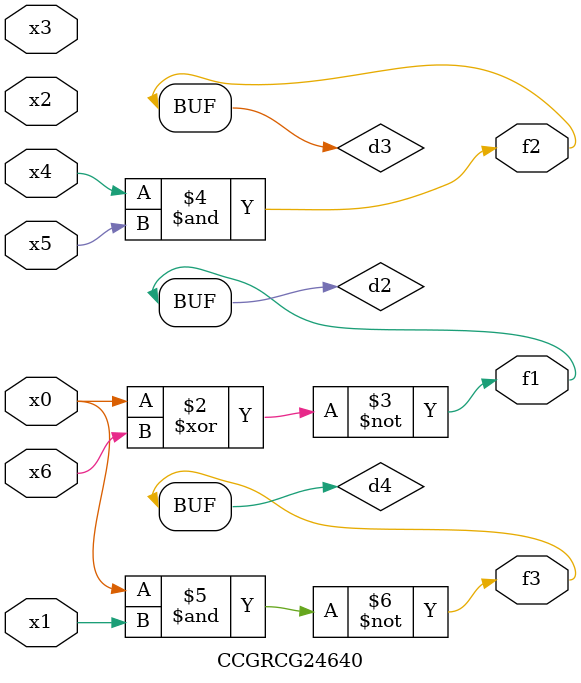
<source format=v>
module CCGRCG24640(
	input x0, x1, x2, x3, x4, x5, x6,
	output f1, f2, f3
);

	wire d1, d2, d3, d4;

	nor (d1, x0);
	xnor (d2, x0, x6);
	and (d3, x4, x5);
	nand (d4, x0, x1);
	assign f1 = d2;
	assign f2 = d3;
	assign f3 = d4;
endmodule

</source>
